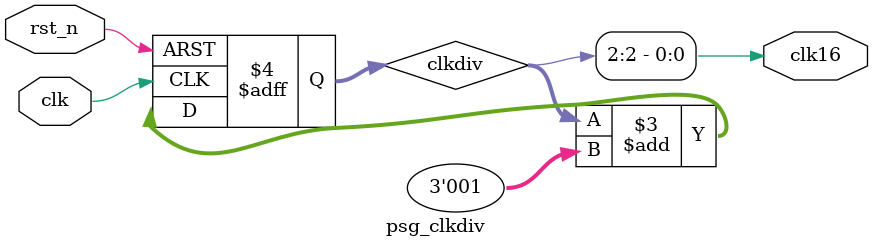
<source format=v>

module psg_clkdiv (
	clk,
	rst_n,
	clk16
);

input clk;
input rst_n;
output clk16;
reg [2:0]clkdiv;

assign clk16 = clkdiv[2];

always @(posedge clk or negedge rst_n)
begin
 if (rst_n == 1'b0)
  clkdiv <= 3'd0;
 else
  clkdiv <= clkdiv + 3'd1;
end

endmodule 

</source>
